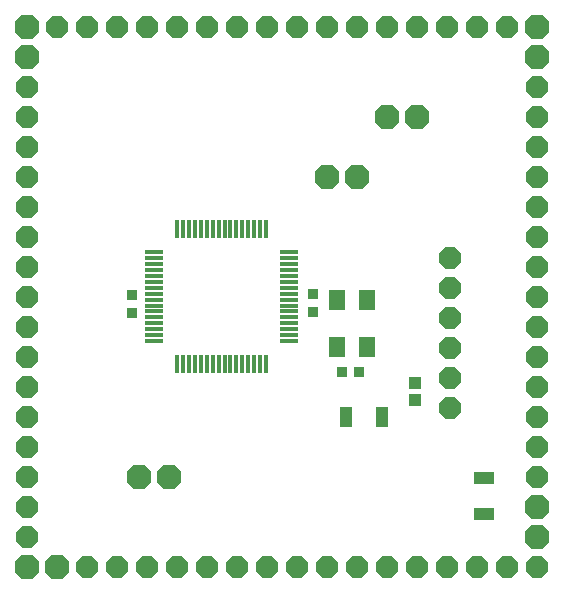
<source format=gts>
G04 EAGLE Gerber RS-274X export*
G75*
%MOMM*%
%FSLAX34Y34*%
%LPD*%
%INTop Solder Mask*%
%IPPOS*%
%AMOC8*
5,1,8,0,0,1.08239X$1,22.5*%
G01*
%ADD10R,1.727000X1.027000*%
%ADD11R,1.027000X1.727000*%
%ADD12R,0.927000X0.927000*%
%ADD13R,0.427000X1.627000*%
%ADD14R,1.627000X0.427000*%
%ADD15P,2.226909X8X112.500000*%
%ADD16P,2.061953X8X292.500000*%
%ADD17P,2.061953X8X112.500000*%
%ADD18P,2.061953X8X22.500000*%
%ADD19P,2.061953X8X202.500000*%
%ADD20R,1.077000X1.077000*%
%ADD21R,1.427000X1.727000*%
%ADD22P,2.226909X8X22.500000*%


D10*
X412750Y69590D03*
X412750Y100590D03*
D11*
X326650Y152400D03*
X295650Y152400D03*
D12*
X267970Y256420D03*
X267970Y241420D03*
X114300Y255150D03*
X114300Y240150D03*
D13*
X188000Y197000D03*
X193000Y197000D03*
X198000Y197000D03*
X183000Y197000D03*
X203000Y197000D03*
X208000Y197000D03*
X213000Y197000D03*
X218000Y197000D03*
X223000Y197000D03*
X228000Y197000D03*
X178000Y197000D03*
X173000Y197000D03*
X168000Y197000D03*
X163000Y197000D03*
X158000Y197000D03*
X153000Y197000D03*
X188000Y311000D03*
X193000Y311000D03*
X198000Y311000D03*
X183000Y311000D03*
X203000Y311000D03*
X208000Y311000D03*
X213000Y311000D03*
X218000Y311000D03*
X223000Y311000D03*
X228000Y311000D03*
X178000Y311000D03*
X173000Y311000D03*
X168000Y311000D03*
X163000Y311000D03*
X158000Y311000D03*
X153000Y311000D03*
D14*
X133500Y251500D03*
X133500Y256500D03*
X133500Y261500D03*
X133500Y246500D03*
X133500Y266500D03*
X133500Y271500D03*
X133500Y276500D03*
X133500Y281500D03*
X133500Y286500D03*
X133500Y291500D03*
X133500Y241500D03*
X133500Y236500D03*
X133500Y231500D03*
X133500Y226500D03*
X133500Y221500D03*
X133500Y216500D03*
X247500Y251500D03*
X247500Y256500D03*
X247500Y261500D03*
X247500Y246500D03*
X247500Y266500D03*
X247500Y271500D03*
X247500Y276500D03*
X247500Y281500D03*
X247500Y286500D03*
X247500Y291500D03*
X247500Y241500D03*
X247500Y236500D03*
X247500Y231500D03*
X247500Y226500D03*
X247500Y221500D03*
X247500Y216500D03*
D15*
X457200Y76200D03*
X457200Y50800D03*
D16*
X25400Y355600D03*
X25400Y381000D03*
X25400Y406400D03*
X25400Y431800D03*
X25400Y330200D03*
X25400Y304800D03*
X25400Y279400D03*
X25400Y254000D03*
D17*
X383540Y210820D03*
X383540Y185420D03*
X383540Y160020D03*
X383540Y236220D03*
X383540Y261620D03*
X383540Y287020D03*
X457200Y177800D03*
X457200Y152400D03*
X457200Y127000D03*
X457200Y101600D03*
X457200Y203200D03*
X457200Y228600D03*
X457200Y254000D03*
X457200Y279400D03*
D18*
X330200Y482600D03*
X304800Y482600D03*
X279400Y482600D03*
X254000Y482600D03*
X355600Y482600D03*
X381000Y482600D03*
X406400Y482600D03*
X431800Y482600D03*
D17*
X25400Y127000D03*
X25400Y101600D03*
X25400Y76200D03*
X25400Y50800D03*
X25400Y152400D03*
X25400Y177800D03*
X25400Y203200D03*
X25400Y228600D03*
D18*
X152400Y25400D03*
X127000Y25400D03*
X101600Y25400D03*
X76200Y25400D03*
X177800Y25400D03*
X203200Y25400D03*
X228600Y25400D03*
X254000Y25400D03*
D19*
X152400Y482600D03*
X177800Y482600D03*
X203200Y482600D03*
X228600Y482600D03*
X127000Y482600D03*
X101600Y482600D03*
X76200Y482600D03*
X50800Y482600D03*
D17*
X457200Y355600D03*
X457200Y330200D03*
X457200Y304800D03*
X457200Y381000D03*
X457200Y406400D03*
X457200Y431800D03*
D18*
X304800Y25400D03*
X279400Y25400D03*
X330200Y25400D03*
X355600Y25400D03*
D20*
X354330Y181240D03*
X354330Y166740D03*
D21*
X288490Y251140D03*
X288490Y211140D03*
X313490Y251140D03*
X313490Y211140D03*
D12*
X307220Y190500D03*
X292220Y190500D03*
D15*
X25400Y482600D03*
X25400Y457200D03*
D22*
X50800Y25400D03*
X25400Y25400D03*
D15*
X457200Y482600D03*
X457200Y457200D03*
D18*
X406400Y25400D03*
X381000Y25400D03*
X431800Y25400D03*
X457200Y25400D03*
D22*
X355600Y406400D03*
X330200Y406400D03*
X146050Y101600D03*
X120650Y101600D03*
X304800Y355600D03*
X279400Y355600D03*
M02*

</source>
